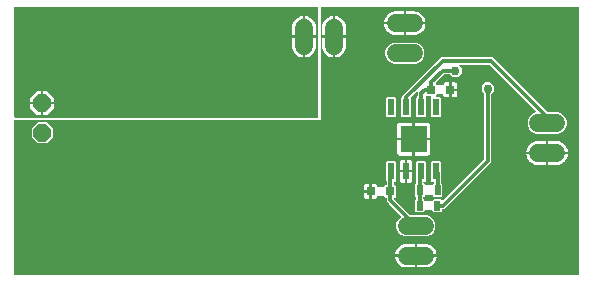
<source format=gbr>
G04 EAGLE Gerber RS-274X export*
G75*
%MOMM*%
%FSLAX34Y34*%
%LPD*%
%INBottom Copper*%
%IPPOS*%
%AMOC8*
5,1,8,0,0,1.08239X$1,22.5*%
G01*
%ADD10R,0.500000X0.812800*%
%ADD11R,0.558800X1.460500*%
%ADD12R,2.286000X2.286000*%
%ADD13P,1.632244X8X202.500000*%
%ADD14R,0.655600X0.800000*%
%ADD15C,1.508000*%
%ADD16C,0.756400*%
%ADD17C,0.152400*%
%ADD18C,0.300000*%

G36*
X591586Y658924D02*
X591586Y658924D01*
X591595Y658923D01*
X591683Y658944D01*
X591773Y658962D01*
X591780Y658967D01*
X591788Y658969D01*
X591861Y659023D01*
X591937Y659075D01*
X591941Y659082D01*
X591948Y659087D01*
X591995Y659165D01*
X592044Y659242D01*
X592045Y659251D01*
X592050Y659258D01*
X592077Y659422D01*
X592077Y885578D01*
X592076Y885586D01*
X592077Y885595D01*
X592056Y885683D01*
X592038Y885773D01*
X592033Y885780D01*
X592031Y885788D01*
X591977Y885861D01*
X591925Y885937D01*
X591918Y885941D01*
X591913Y885948D01*
X591835Y885995D01*
X591758Y886044D01*
X591749Y886045D01*
X591742Y886050D01*
X591578Y886077D01*
X374000Y886077D01*
X373992Y886076D01*
X373983Y886077D01*
X373895Y886056D01*
X373805Y886038D01*
X373798Y886033D01*
X373790Y886031D01*
X373717Y885977D01*
X373641Y885925D01*
X373637Y885918D01*
X373630Y885913D01*
X373583Y885835D01*
X373534Y885758D01*
X373533Y885749D01*
X373528Y885742D01*
X373501Y885578D01*
X373501Y790499D01*
X114422Y790499D01*
X114414Y790498D01*
X114405Y790499D01*
X114317Y790478D01*
X114227Y790460D01*
X114220Y790455D01*
X114212Y790453D01*
X114139Y790399D01*
X114063Y790347D01*
X114059Y790340D01*
X114052Y790335D01*
X114005Y790257D01*
X113956Y790180D01*
X113955Y790171D01*
X113950Y790164D01*
X113923Y790000D01*
X113923Y659422D01*
X113924Y659414D01*
X113923Y659405D01*
X113944Y659317D01*
X113962Y659227D01*
X113967Y659220D01*
X113969Y659212D01*
X114023Y659139D01*
X114075Y659063D01*
X114082Y659059D01*
X114087Y659052D01*
X114165Y659005D01*
X114242Y658956D01*
X114251Y658955D01*
X114258Y658950D01*
X114422Y658923D01*
X591578Y658923D01*
X591586Y658924D01*
G37*
G36*
X371008Y792502D02*
X371008Y792502D01*
X371017Y792501D01*
X371105Y792522D01*
X371195Y792540D01*
X371202Y792545D01*
X371210Y792547D01*
X371283Y792601D01*
X371359Y792653D01*
X371363Y792660D01*
X371370Y792665D01*
X371417Y792743D01*
X371466Y792820D01*
X371467Y792829D01*
X371472Y792836D01*
X371499Y793000D01*
X371499Y885578D01*
X371498Y885586D01*
X371499Y885595D01*
X371478Y885683D01*
X371460Y885773D01*
X371455Y885780D01*
X371453Y885788D01*
X371399Y885861D01*
X371347Y885937D01*
X371340Y885941D01*
X371335Y885948D01*
X371257Y885995D01*
X371180Y886044D01*
X371171Y886045D01*
X371164Y886050D01*
X371000Y886077D01*
X114422Y886077D01*
X114414Y886076D01*
X114405Y886077D01*
X114317Y886056D01*
X114227Y886038D01*
X114220Y886033D01*
X114212Y886031D01*
X114139Y885977D01*
X114063Y885925D01*
X114059Y885918D01*
X114052Y885913D01*
X114005Y885835D01*
X113956Y885758D01*
X113955Y885749D01*
X113950Y885742D01*
X113923Y885578D01*
X113923Y793000D01*
X113924Y792992D01*
X113923Y792983D01*
X113944Y792895D01*
X113962Y792805D01*
X113967Y792798D01*
X113969Y792790D01*
X114023Y792717D01*
X114075Y792641D01*
X114082Y792637D01*
X114087Y792630D01*
X114165Y792583D01*
X114242Y792534D01*
X114251Y792533D01*
X114258Y792528D01*
X114422Y792501D01*
X371000Y792501D01*
X371008Y792502D01*
G37*
%LPC*%
G36*
X555857Y778835D02*
X555857Y778835D01*
X552525Y780215D01*
X549975Y782765D01*
X548595Y786097D01*
X548595Y789703D01*
X549975Y793035D01*
X552525Y795585D01*
X555874Y796972D01*
X555879Y796975D01*
X555886Y796977D01*
X555962Y797031D01*
X556039Y797083D01*
X556043Y797088D01*
X556048Y797092D01*
X556096Y797171D01*
X556148Y797250D01*
X556149Y797256D01*
X556152Y797261D01*
X556166Y797353D01*
X556182Y797446D01*
X556181Y797452D01*
X556182Y797458D01*
X556159Y797548D01*
X556138Y797639D01*
X556134Y797645D01*
X556133Y797651D01*
X556036Y797786D01*
X516593Y837229D01*
X516583Y837236D01*
X516575Y837246D01*
X516500Y837291D01*
X516428Y837339D01*
X516415Y837341D01*
X516404Y837348D01*
X516240Y837375D01*
X491135Y837375D01*
X491131Y837374D01*
X491127Y837375D01*
X491033Y837355D01*
X490940Y837336D01*
X490937Y837333D01*
X490932Y837332D01*
X490855Y837277D01*
X490776Y837223D01*
X490774Y837220D01*
X490770Y837217D01*
X490720Y837136D01*
X490669Y837056D01*
X490668Y837051D01*
X490666Y837048D01*
X490652Y836954D01*
X490636Y836859D01*
X490637Y836855D01*
X490636Y836851D01*
X490660Y836759D01*
X490682Y836666D01*
X490684Y836663D01*
X490685Y836659D01*
X490782Y836523D01*
X492807Y834498D01*
X492807Y830102D01*
X489698Y826993D01*
X485302Y826993D01*
X483166Y829129D01*
X483156Y829136D01*
X483148Y829146D01*
X483073Y829191D01*
X483000Y829239D01*
X482988Y829241D01*
X482977Y829248D01*
X482813Y829275D01*
X478160Y829275D01*
X478147Y829273D01*
X478135Y829275D01*
X478051Y829253D01*
X477965Y829236D01*
X477954Y829229D01*
X477942Y829225D01*
X477807Y829129D01*
X470770Y822092D01*
X470765Y822085D01*
X470758Y822080D01*
X470711Y822003D01*
X470660Y821927D01*
X470659Y821918D01*
X470654Y821911D01*
X470641Y821821D01*
X470624Y821731D01*
X470626Y821723D01*
X470624Y821715D01*
X470647Y821626D01*
X470667Y821537D01*
X470672Y821530D01*
X470674Y821522D01*
X470770Y821386D01*
X471525Y820632D01*
X471525Y820119D01*
X471526Y820111D01*
X471525Y820102D01*
X471546Y820014D01*
X471564Y819924D01*
X471569Y819917D01*
X471571Y819909D01*
X471625Y819836D01*
X471677Y819760D01*
X471684Y819756D01*
X471689Y819749D01*
X471767Y819702D01*
X471844Y819653D01*
X471853Y819652D01*
X471860Y819647D01*
X472024Y819620D01*
X476960Y819620D01*
X476968Y819621D01*
X476977Y819620D01*
X477065Y819641D01*
X477155Y819659D01*
X477162Y819664D01*
X477170Y819666D01*
X477243Y819720D01*
X477319Y819772D01*
X477323Y819779D01*
X477330Y819784D01*
X477377Y819862D01*
X477426Y819939D01*
X477427Y819948D01*
X477432Y819955D01*
X477459Y820119D01*
X477459Y820334D01*
X477632Y820981D01*
X477967Y821560D01*
X478440Y822033D01*
X479019Y822368D01*
X479666Y822541D01*
X482279Y822541D01*
X482279Y816500D01*
X482280Y816492D01*
X482279Y816484D01*
X482300Y816395D01*
X482318Y816305D01*
X482323Y816298D01*
X482325Y816290D01*
X482379Y816217D01*
X482431Y816141D01*
X482438Y816137D01*
X482443Y816130D01*
X482521Y816084D01*
X482598Y816034D01*
X482607Y816033D01*
X482614Y816029D01*
X482778Y816001D01*
X483279Y816001D01*
X483279Y815999D01*
X482778Y815999D01*
X482770Y815997D01*
X482762Y815999D01*
X482673Y815978D01*
X482583Y815960D01*
X482576Y815955D01*
X482568Y815953D01*
X482495Y815899D01*
X482419Y815847D01*
X482415Y815840D01*
X482408Y815835D01*
X482362Y815757D01*
X482312Y815679D01*
X482311Y815671D01*
X482307Y815664D01*
X482279Y815500D01*
X482279Y809459D01*
X479666Y809459D01*
X479019Y809632D01*
X478440Y809967D01*
X477967Y810440D01*
X477632Y811019D01*
X477459Y811666D01*
X477459Y811881D01*
X477458Y811889D01*
X477459Y811898D01*
X477438Y811986D01*
X477420Y812076D01*
X477415Y812083D01*
X477413Y812091D01*
X477359Y812164D01*
X477307Y812240D01*
X477300Y812244D01*
X477295Y812251D01*
X477217Y812298D01*
X477140Y812347D01*
X477131Y812348D01*
X477124Y812353D01*
X476960Y812380D01*
X472024Y812380D01*
X472016Y812379D01*
X472007Y812380D01*
X471919Y812359D01*
X471829Y812341D01*
X471822Y812336D01*
X471814Y812334D01*
X471741Y812280D01*
X471665Y812228D01*
X471661Y812221D01*
X471654Y812216D01*
X471607Y812138D01*
X471558Y812061D01*
X471557Y812052D01*
X471552Y812045D01*
X471525Y811881D01*
X471525Y811368D01*
X471277Y811121D01*
X471275Y811118D01*
X471271Y811115D01*
X471220Y811035D01*
X471167Y810955D01*
X471167Y810951D01*
X471164Y810948D01*
X471149Y810854D01*
X471131Y810760D01*
X471132Y810756D01*
X471131Y810751D01*
X471153Y810660D01*
X471174Y810566D01*
X471176Y810562D01*
X471177Y810558D01*
X471233Y810482D01*
X471289Y810403D01*
X471293Y810401D01*
X471295Y810398D01*
X471377Y810350D01*
X471458Y810299D01*
X471463Y810299D01*
X471466Y810296D01*
X471630Y810269D01*
X474676Y810269D01*
X475569Y809376D01*
X475569Y793507D01*
X474676Y792614D01*
X467824Y792614D01*
X466931Y793507D01*
X466931Y809376D01*
X467179Y809623D01*
X467181Y809626D01*
X467185Y809629D01*
X467236Y809709D01*
X467289Y809789D01*
X467289Y809793D01*
X467292Y809796D01*
X467307Y809890D01*
X467325Y809984D01*
X467324Y809988D01*
X467325Y809993D01*
X467303Y810084D01*
X467282Y810178D01*
X467280Y810182D01*
X467279Y810186D01*
X467223Y810262D01*
X467167Y810341D01*
X467163Y810343D01*
X467161Y810346D01*
X467079Y810394D01*
X466998Y810445D01*
X466993Y810445D01*
X466990Y810448D01*
X466826Y810475D01*
X462974Y810475D01*
X462970Y810474D01*
X462966Y810475D01*
X462873Y810455D01*
X462779Y810436D01*
X462776Y810433D01*
X462772Y810432D01*
X462694Y810377D01*
X462615Y810323D01*
X462613Y810320D01*
X462610Y810317D01*
X462560Y810236D01*
X462508Y810156D01*
X462508Y810151D01*
X462506Y810148D01*
X462491Y810054D01*
X462475Y809959D01*
X462476Y809955D01*
X462476Y809951D01*
X462499Y809859D01*
X462521Y809766D01*
X462524Y809763D01*
X462525Y809759D01*
X462621Y809623D01*
X462869Y809376D01*
X462869Y793507D01*
X461976Y792614D01*
X455124Y792614D01*
X454231Y793507D01*
X454231Y809376D01*
X455150Y810294D01*
X455221Y810308D01*
X455228Y810313D01*
X455236Y810315D01*
X455309Y810369D01*
X455385Y810421D01*
X455389Y810428D01*
X455396Y810433D01*
X455442Y810511D01*
X455492Y810588D01*
X455493Y810597D01*
X455498Y810604D01*
X455525Y810768D01*
X455525Y813742D01*
X455524Y813746D01*
X455525Y813751D01*
X455505Y813844D01*
X455486Y813937D01*
X455483Y813941D01*
X455482Y813945D01*
X455427Y814023D01*
X455373Y814101D01*
X455370Y814103D01*
X455367Y814107D01*
X455286Y814157D01*
X455206Y814208D01*
X455201Y814209D01*
X455198Y814211D01*
X455104Y814225D01*
X455009Y814241D01*
X455005Y814240D01*
X455001Y814241D01*
X454909Y814217D01*
X454816Y814195D01*
X454813Y814193D01*
X454809Y814192D01*
X454673Y814095D01*
X450315Y809737D01*
X450308Y809727D01*
X450298Y809719D01*
X450253Y809644D01*
X450205Y809572D01*
X450203Y809559D01*
X450196Y809548D01*
X450169Y809384D01*
X450169Y793507D01*
X449276Y792614D01*
X442424Y792614D01*
X441531Y793507D01*
X441531Y809376D01*
X442450Y810294D01*
X442521Y810308D01*
X442528Y810313D01*
X442536Y810315D01*
X442609Y810369D01*
X442685Y810421D01*
X442689Y810428D01*
X442696Y810433D01*
X442742Y810511D01*
X442792Y810588D01*
X442793Y810597D01*
X442798Y810604D01*
X442825Y810768D01*
X442825Y810803D01*
X475447Y843425D01*
X518953Y843425D01*
X565267Y797111D01*
X565277Y797104D01*
X565285Y797094D01*
X565360Y797049D01*
X565432Y797001D01*
X565445Y796999D01*
X565456Y796992D01*
X565620Y796965D01*
X574543Y796965D01*
X577875Y795585D01*
X580425Y793035D01*
X581805Y789703D01*
X581805Y786097D01*
X580425Y782765D01*
X577875Y780215D01*
X574543Y778835D01*
X555857Y778835D01*
G37*
%LPD*%
%LPC*%
G36*
X454168Y712311D02*
X454168Y712311D01*
X453275Y713204D01*
X453275Y722596D01*
X454229Y723549D01*
X454236Y723560D01*
X454246Y723567D01*
X454291Y723642D01*
X454339Y723715D01*
X454341Y723728D01*
X454348Y723738D01*
X454375Y723902D01*
X454375Y725198D01*
X454373Y725210D01*
X454375Y725222D01*
X454353Y725306D01*
X454336Y725393D01*
X454329Y725403D01*
X454325Y725415D01*
X454229Y725551D01*
X453375Y726404D01*
X453375Y735796D01*
X454229Y736649D01*
X454236Y736660D01*
X454246Y736667D01*
X454291Y736742D01*
X454339Y736815D01*
X454341Y736828D01*
X454348Y736838D01*
X454375Y737002D01*
X454375Y738674D01*
X454373Y738686D01*
X454375Y738698D01*
X454353Y738783D01*
X454336Y738869D01*
X454329Y738879D01*
X454325Y738891D01*
X454231Y739024D01*
X454231Y754893D01*
X455124Y755786D01*
X461976Y755786D01*
X462869Y754893D01*
X462869Y739024D01*
X461976Y738131D01*
X460924Y738131D01*
X460916Y738130D01*
X460907Y738131D01*
X460819Y738110D01*
X460729Y738092D01*
X460722Y738087D01*
X460714Y738085D01*
X460641Y738031D01*
X460565Y737979D01*
X460561Y737972D01*
X460554Y737967D01*
X460507Y737889D01*
X460458Y737812D01*
X460457Y737803D01*
X460452Y737796D01*
X460425Y737632D01*
X460425Y737002D01*
X460427Y736990D01*
X460425Y736978D01*
X460447Y736893D01*
X460464Y736807D01*
X460471Y736797D01*
X460475Y736785D01*
X460571Y736649D01*
X461425Y735796D01*
X461425Y735664D01*
X461426Y735656D01*
X461425Y735647D01*
X461446Y735559D01*
X461464Y735469D01*
X461469Y735462D01*
X461471Y735454D01*
X461525Y735381D01*
X461577Y735305D01*
X461584Y735301D01*
X461589Y735294D01*
X461667Y735247D01*
X461744Y735198D01*
X461753Y735197D01*
X461760Y735192D01*
X461924Y735165D01*
X467876Y735165D01*
X467884Y735166D01*
X467893Y735165D01*
X467981Y735186D01*
X468071Y735204D01*
X468078Y735209D01*
X468086Y735211D01*
X468159Y735265D01*
X468235Y735317D01*
X468239Y735324D01*
X468246Y735329D01*
X468293Y735407D01*
X468342Y735484D01*
X468343Y735493D01*
X468348Y735500D01*
X468375Y735664D01*
X468375Y735796D01*
X469229Y736649D01*
X469236Y736660D01*
X469246Y736667D01*
X469291Y736742D01*
X469339Y736815D01*
X469341Y736828D01*
X469348Y736838D01*
X469375Y737002D01*
X469375Y737632D01*
X469374Y737640D01*
X469375Y737649D01*
X469354Y737737D01*
X469336Y737827D01*
X469331Y737834D01*
X469329Y737842D01*
X469275Y737915D01*
X469223Y737991D01*
X469216Y737995D01*
X469211Y738002D01*
X469133Y738049D01*
X469056Y738098D01*
X469047Y738099D01*
X469040Y738104D01*
X468876Y738131D01*
X467824Y738131D01*
X466931Y739024D01*
X466931Y754893D01*
X467824Y755786D01*
X474676Y755786D01*
X475569Y754893D01*
X475569Y739023D01*
X475564Y739016D01*
X475554Y739009D01*
X475509Y738934D01*
X475461Y738861D01*
X475459Y738848D01*
X475452Y738838D01*
X475425Y738674D01*
X475425Y737002D01*
X475427Y736990D01*
X475425Y736978D01*
X475447Y736893D01*
X475464Y736807D01*
X475471Y736797D01*
X475475Y736785D01*
X475571Y736649D01*
X476425Y735796D01*
X476425Y726404D01*
X475532Y725511D01*
X469268Y725511D01*
X468375Y726404D01*
X468375Y726536D01*
X468374Y726544D01*
X468375Y726553D01*
X468354Y726641D01*
X468336Y726731D01*
X468331Y726738D01*
X468329Y726746D01*
X468275Y726819D01*
X468223Y726895D01*
X468216Y726899D01*
X468211Y726906D01*
X468133Y726953D01*
X468056Y727002D01*
X468047Y727003D01*
X468040Y727008D01*
X467876Y727035D01*
X461924Y727035D01*
X461916Y727034D01*
X461907Y727035D01*
X461819Y727014D01*
X461729Y726996D01*
X461722Y726991D01*
X461714Y726989D01*
X461641Y726935D01*
X461565Y726883D01*
X461561Y726876D01*
X461554Y726871D01*
X461507Y726793D01*
X461458Y726716D01*
X461457Y726707D01*
X461452Y726700D01*
X461425Y726536D01*
X461425Y726404D01*
X460571Y725551D01*
X460564Y725540D01*
X460554Y725533D01*
X460510Y725458D01*
X460461Y725385D01*
X460459Y725373D01*
X460452Y725362D01*
X460425Y725198D01*
X460425Y723702D01*
X460427Y723690D01*
X460425Y723678D01*
X460447Y723593D01*
X460464Y723507D01*
X460471Y723497D01*
X460475Y723485D01*
X460571Y723349D01*
X461325Y722596D01*
X461325Y722464D01*
X461326Y722456D01*
X461325Y722447D01*
X461346Y722359D01*
X461364Y722269D01*
X461369Y722262D01*
X461371Y722254D01*
X461425Y722181D01*
X461477Y722105D01*
X461484Y722101D01*
X461489Y722094D01*
X461567Y722047D01*
X461644Y721998D01*
X461653Y721997D01*
X461660Y721992D01*
X461824Y721965D01*
X467776Y721965D01*
X467784Y721966D01*
X467793Y721965D01*
X467881Y721986D01*
X467971Y722004D01*
X467978Y722009D01*
X467986Y722011D01*
X468059Y722065D01*
X468135Y722117D01*
X468139Y722124D01*
X468146Y722129D01*
X468193Y722207D01*
X468242Y722284D01*
X468243Y722293D01*
X468248Y722300D01*
X468275Y722464D01*
X468275Y722596D01*
X469168Y723489D01*
X475432Y723489D01*
X476418Y722502D01*
X476425Y722497D01*
X476430Y722490D01*
X476508Y722443D01*
X476584Y722392D01*
X476592Y722391D01*
X476600Y722386D01*
X476689Y722373D01*
X476780Y722356D01*
X476788Y722358D01*
X476796Y722356D01*
X476884Y722379D01*
X476974Y722399D01*
X476981Y722404D01*
X476989Y722406D01*
X477124Y722502D01*
X511829Y757207D01*
X511836Y757217D01*
X511846Y757225D01*
X511891Y757300D01*
X511939Y757372D01*
X511941Y757385D01*
X511948Y757396D01*
X511975Y757560D01*
X511975Y812313D01*
X511973Y812325D01*
X511975Y812338D01*
X511953Y812422D01*
X511936Y812508D01*
X511929Y812518D01*
X511925Y812531D01*
X511829Y812666D01*
X509693Y814802D01*
X509693Y819198D01*
X512802Y822307D01*
X517198Y822307D01*
X520307Y819198D01*
X520307Y814802D01*
X518171Y812666D01*
X518164Y812656D01*
X518154Y812648D01*
X518109Y812573D01*
X518061Y812500D01*
X518059Y812488D01*
X518052Y812477D01*
X518025Y812313D01*
X518025Y754847D01*
X478053Y714875D01*
X476824Y714875D01*
X476816Y714874D01*
X476807Y714875D01*
X476719Y714854D01*
X476629Y714836D01*
X476622Y714831D01*
X476614Y714829D01*
X476541Y714775D01*
X476465Y714723D01*
X476461Y714716D01*
X476454Y714711D01*
X476407Y714633D01*
X476358Y714556D01*
X476357Y714547D01*
X476352Y714540D01*
X476325Y714376D01*
X476325Y713204D01*
X475432Y712311D01*
X469168Y712311D01*
X468275Y713204D01*
X468275Y713336D01*
X468274Y713344D01*
X468275Y713353D01*
X468254Y713441D01*
X468236Y713531D01*
X468231Y713538D01*
X468229Y713546D01*
X468175Y713619D01*
X468123Y713695D01*
X468116Y713699D01*
X468111Y713706D01*
X468033Y713753D01*
X467956Y713802D01*
X467947Y713803D01*
X467940Y713808D01*
X467776Y713835D01*
X461824Y713835D01*
X461816Y713834D01*
X461807Y713835D01*
X461719Y713814D01*
X461629Y713796D01*
X461622Y713791D01*
X461614Y713789D01*
X461541Y713735D01*
X461465Y713683D01*
X461461Y713676D01*
X461454Y713671D01*
X461407Y713593D01*
X461358Y713516D01*
X461357Y713507D01*
X461352Y713500D01*
X461325Y713336D01*
X461325Y713204D01*
X460432Y712311D01*
X454168Y712311D01*
G37*
%LPD*%
%LPC*%
G36*
X444657Y691935D02*
X444657Y691935D01*
X441325Y693315D01*
X438775Y695865D01*
X437395Y699197D01*
X437395Y702803D01*
X438775Y706135D01*
X441328Y708688D01*
X441333Y708695D01*
X441340Y708700D01*
X441388Y708777D01*
X441438Y708854D01*
X441440Y708862D01*
X441444Y708869D01*
X441458Y708959D01*
X441475Y709049D01*
X441473Y709057D01*
X441474Y709066D01*
X441452Y709154D01*
X441432Y709243D01*
X441427Y709250D01*
X441425Y709258D01*
X441328Y709394D01*
X431171Y719551D01*
X429253Y721469D01*
X429253Y723976D01*
X429252Y723984D01*
X429253Y723993D01*
X429232Y724081D01*
X429214Y724171D01*
X429209Y724178D01*
X429207Y724186D01*
X429153Y724259D01*
X429101Y724335D01*
X429094Y724339D01*
X429089Y724346D01*
X429011Y724393D01*
X428934Y724442D01*
X428925Y724443D01*
X428918Y724448D01*
X428754Y724475D01*
X428368Y724475D01*
X427475Y725368D01*
X427475Y725881D01*
X427474Y725889D01*
X427475Y725898D01*
X427454Y725986D01*
X427436Y726076D01*
X427431Y726083D01*
X427429Y726091D01*
X427375Y726164D01*
X427323Y726240D01*
X427316Y726244D01*
X427311Y726251D01*
X427233Y726298D01*
X427156Y726347D01*
X427147Y726348D01*
X427140Y726353D01*
X426976Y726380D01*
X422040Y726380D01*
X422032Y726379D01*
X422023Y726380D01*
X421935Y726359D01*
X421845Y726341D01*
X421838Y726336D01*
X421830Y726334D01*
X421757Y726280D01*
X421681Y726228D01*
X421677Y726221D01*
X421670Y726216D01*
X421623Y726137D01*
X421574Y726061D01*
X421573Y726052D01*
X421568Y726045D01*
X421541Y725881D01*
X421541Y725666D01*
X421368Y725019D01*
X421033Y724440D01*
X420560Y723967D01*
X419981Y723632D01*
X419334Y723459D01*
X416721Y723459D01*
X416721Y729500D01*
X416719Y729508D01*
X416721Y729516D01*
X416700Y729605D01*
X416682Y729695D01*
X416677Y729702D01*
X416675Y729710D01*
X416621Y729783D01*
X416569Y729859D01*
X416562Y729863D01*
X416557Y729870D01*
X416479Y729916D01*
X416401Y729966D01*
X416393Y729967D01*
X416386Y729971D01*
X416222Y729999D01*
X415721Y729999D01*
X415721Y730001D01*
X416222Y730001D01*
X416230Y730003D01*
X416238Y730001D01*
X416327Y730022D01*
X416417Y730040D01*
X416424Y730045D01*
X416432Y730047D01*
X416505Y730101D01*
X416581Y730153D01*
X416585Y730160D01*
X416592Y730165D01*
X416638Y730243D01*
X416688Y730321D01*
X416689Y730329D01*
X416693Y730336D01*
X416721Y730500D01*
X416721Y736541D01*
X419334Y736541D01*
X419981Y736368D01*
X420560Y736033D01*
X421033Y735560D01*
X421368Y734981D01*
X421541Y734334D01*
X421541Y734119D01*
X421542Y734111D01*
X421541Y734102D01*
X421562Y734014D01*
X421580Y733924D01*
X421585Y733917D01*
X421587Y733909D01*
X421641Y733836D01*
X421693Y733760D01*
X421700Y733756D01*
X421705Y733749D01*
X421783Y733702D01*
X421860Y733653D01*
X421869Y733652D01*
X421876Y733647D01*
X422040Y733620D01*
X426976Y733620D01*
X426984Y733621D01*
X426993Y733620D01*
X427081Y733641D01*
X427171Y733659D01*
X427178Y733664D01*
X427186Y733666D01*
X427259Y733720D01*
X427335Y733772D01*
X427339Y733779D01*
X427346Y733784D01*
X427393Y733862D01*
X427442Y733939D01*
X427443Y733948D01*
X427448Y733955D01*
X427475Y734119D01*
X427475Y734632D01*
X428368Y735525D01*
X428754Y735525D01*
X428762Y735526D01*
X428771Y735525D01*
X428859Y735546D01*
X428949Y735564D01*
X428956Y735569D01*
X428964Y735571D01*
X429037Y735625D01*
X429113Y735677D01*
X429117Y735684D01*
X429124Y735689D01*
X429171Y735767D01*
X429220Y735844D01*
X429221Y735853D01*
X429226Y735860D01*
X429253Y736024D01*
X429253Y738396D01*
X429251Y738408D01*
X429253Y738420D01*
X429231Y738505D01*
X429214Y738591D01*
X429207Y738601D01*
X429203Y738613D01*
X429107Y738749D01*
X428831Y739024D01*
X428831Y754893D01*
X429724Y755786D01*
X436576Y755786D01*
X437469Y754893D01*
X437469Y739024D01*
X436576Y738131D01*
X435802Y738131D01*
X435794Y738130D01*
X435785Y738131D01*
X435697Y738110D01*
X435607Y738092D01*
X435600Y738087D01*
X435592Y738085D01*
X435519Y738031D01*
X435443Y737979D01*
X435439Y737972D01*
X435432Y737967D01*
X435385Y737889D01*
X435336Y737812D01*
X435335Y737803D01*
X435330Y737796D01*
X435303Y737632D01*
X435303Y736024D01*
X435304Y736016D01*
X435303Y736007D01*
X435324Y735919D01*
X435342Y735829D01*
X435347Y735822D01*
X435349Y735814D01*
X435403Y735741D01*
X435455Y735665D01*
X435462Y735661D01*
X435467Y735654D01*
X435545Y735607D01*
X435622Y735558D01*
X435631Y735557D01*
X435638Y735552D01*
X435802Y735525D01*
X436188Y735525D01*
X437081Y734632D01*
X437081Y725368D01*
X436188Y724475D01*
X436008Y724475D01*
X436004Y724474D01*
X435999Y724475D01*
X435906Y724455D01*
X435813Y724436D01*
X435809Y724433D01*
X435805Y724432D01*
X435727Y724377D01*
X435649Y724323D01*
X435647Y724320D01*
X435643Y724317D01*
X435593Y724236D01*
X435542Y724156D01*
X435541Y724151D01*
X435539Y724148D01*
X435525Y724054D01*
X435509Y723959D01*
X435510Y723955D01*
X435509Y723951D01*
X435533Y723859D01*
X435555Y723766D01*
X435557Y723763D01*
X435558Y723759D01*
X435655Y723623D01*
X449067Y710211D01*
X449077Y710204D01*
X449085Y710194D01*
X449160Y710149D01*
X449232Y710101D01*
X449245Y710099D01*
X449256Y710092D01*
X449420Y710065D01*
X463343Y710065D01*
X466675Y708685D01*
X469225Y706135D01*
X470605Y702803D01*
X470605Y699197D01*
X469225Y695865D01*
X466675Y693315D01*
X463343Y691935D01*
X444657Y691935D01*
G37*
%LPD*%
%LPC*%
G36*
X435257Y837835D02*
X435257Y837835D01*
X431925Y839215D01*
X429375Y841765D01*
X427995Y845097D01*
X427995Y848703D01*
X429375Y852035D01*
X431925Y854585D01*
X435257Y855965D01*
X453943Y855965D01*
X457275Y854585D01*
X459825Y852035D01*
X461205Y848703D01*
X461205Y845097D01*
X459825Y841765D01*
X457275Y839215D01*
X453943Y837835D01*
X435257Y837835D01*
G37*
%LPD*%
%LPC*%
G36*
X133945Y770535D02*
X133945Y770535D01*
X128635Y775845D01*
X128635Y783355D01*
X133945Y788665D01*
X141455Y788665D01*
X146765Y783355D01*
X146765Y775845D01*
X141455Y770535D01*
X133945Y770535D01*
G37*
%LPD*%
%LPC*%
G36*
X453199Y775199D02*
X453199Y775199D01*
X453199Y788171D01*
X463964Y788171D01*
X464611Y787998D01*
X465190Y787663D01*
X465663Y787190D01*
X465998Y786611D01*
X466171Y785964D01*
X466171Y775199D01*
X453199Y775199D01*
G37*
%LPD*%
%LPC*%
G36*
X438229Y775199D02*
X438229Y775199D01*
X438229Y785964D01*
X438402Y786611D01*
X438737Y787190D01*
X439210Y787663D01*
X439789Y787998D01*
X440436Y788171D01*
X451201Y788171D01*
X451201Y775199D01*
X438229Y775199D01*
G37*
%LPD*%
%LPC*%
G36*
X453199Y760229D02*
X453199Y760229D01*
X453199Y773201D01*
X466171Y773201D01*
X466171Y762436D01*
X465998Y761789D01*
X465663Y761210D01*
X465190Y760737D01*
X464611Y760402D01*
X463964Y760229D01*
X453199Y760229D01*
G37*
%LPD*%
%LPC*%
G36*
X440436Y760229D02*
X440436Y760229D01*
X439789Y760402D01*
X439210Y760737D01*
X438737Y761210D01*
X438402Y761789D01*
X438229Y762436D01*
X438229Y773201D01*
X451201Y773201D01*
X451201Y760229D01*
X440436Y760229D01*
G37*
%LPD*%
%LPC*%
G36*
X429724Y792614D02*
X429724Y792614D01*
X428831Y793507D01*
X428831Y809376D01*
X429724Y810269D01*
X436576Y810269D01*
X437469Y809376D01*
X437469Y793507D01*
X436576Y792614D01*
X429724Y792614D01*
G37*
%LPD*%
%LPC*%
G36*
X566199Y763499D02*
X566199Y763499D01*
X566199Y772581D01*
X573533Y772581D01*
X575101Y772333D01*
X576610Y771842D01*
X578023Y771122D01*
X579307Y770189D01*
X580429Y769067D01*
X581362Y767783D01*
X582082Y766370D01*
X582573Y764861D01*
X582788Y763499D01*
X566199Y763499D01*
G37*
%LPD*%
%LPC*%
G36*
X445599Y873299D02*
X445599Y873299D01*
X445599Y882381D01*
X452933Y882381D01*
X454501Y882133D01*
X456010Y881642D01*
X457423Y880922D01*
X458707Y879989D01*
X459829Y878867D01*
X460762Y877583D01*
X461482Y876170D01*
X461973Y874661D01*
X462188Y873299D01*
X445599Y873299D01*
G37*
%LPD*%
%LPC*%
G36*
X454999Y676599D02*
X454999Y676599D01*
X454999Y685681D01*
X462333Y685681D01*
X463901Y685433D01*
X465410Y684942D01*
X466823Y684222D01*
X468107Y683289D01*
X469229Y682167D01*
X470162Y680883D01*
X470882Y679470D01*
X471373Y677961D01*
X471588Y676599D01*
X454999Y676599D01*
G37*
%LPD*%
%LPC*%
G36*
X385699Y861999D02*
X385699Y861999D01*
X385699Y878588D01*
X387061Y878373D01*
X388570Y877882D01*
X389983Y877162D01*
X391267Y876229D01*
X392389Y875107D01*
X393322Y873823D01*
X394042Y872410D01*
X394533Y870901D01*
X394781Y869333D01*
X394781Y861999D01*
X385699Y861999D01*
G37*
%LPD*%
%LPC*%
G36*
X360299Y861999D02*
X360299Y861999D01*
X360299Y878588D01*
X361661Y878373D01*
X363170Y877882D01*
X364583Y877162D01*
X365867Y876229D01*
X366989Y875107D01*
X367922Y873823D01*
X368642Y872410D01*
X369133Y870901D01*
X369381Y869333D01*
X369381Y861999D01*
X360299Y861999D01*
G37*
%LPD*%
%LPC*%
G36*
X547612Y763499D02*
X547612Y763499D01*
X547827Y764861D01*
X548318Y766370D01*
X549038Y767783D01*
X549971Y769067D01*
X551093Y770189D01*
X552377Y771122D01*
X553790Y771842D01*
X555299Y772333D01*
X556867Y772581D01*
X564201Y772581D01*
X564201Y763499D01*
X547612Y763499D01*
G37*
%LPD*%
%LPC*%
G36*
X436412Y676599D02*
X436412Y676599D01*
X436627Y677961D01*
X437118Y679470D01*
X437838Y680883D01*
X438771Y682167D01*
X439893Y683289D01*
X441177Y684222D01*
X442590Y684942D01*
X444099Y685433D01*
X445667Y685681D01*
X453001Y685681D01*
X453001Y676599D01*
X436412Y676599D01*
G37*
%LPD*%
%LPC*%
G36*
X427012Y873299D02*
X427012Y873299D01*
X427227Y874661D01*
X427718Y876170D01*
X428438Y877583D01*
X429371Y878867D01*
X430493Y879989D01*
X431777Y880922D01*
X433190Y881642D01*
X434699Y882133D01*
X436267Y882381D01*
X443601Y882381D01*
X443601Y873299D01*
X427012Y873299D01*
G37*
%LPD*%
%LPC*%
G36*
X360299Y860001D02*
X360299Y860001D01*
X369381Y860001D01*
X369381Y852667D01*
X369133Y851099D01*
X368642Y849590D01*
X367922Y848177D01*
X366989Y846893D01*
X365867Y845771D01*
X364583Y844838D01*
X363170Y844118D01*
X361661Y843627D01*
X360299Y843412D01*
X360299Y860001D01*
G37*
%LPD*%
%LPC*%
G36*
X385699Y860001D02*
X385699Y860001D01*
X394781Y860001D01*
X394781Y852667D01*
X394533Y851099D01*
X394042Y849590D01*
X393322Y848177D01*
X392389Y846893D01*
X391267Y845771D01*
X389983Y844838D01*
X388570Y844118D01*
X387061Y843627D01*
X385699Y843412D01*
X385699Y860001D01*
G37*
%LPD*%
%LPC*%
G36*
X454999Y665519D02*
X454999Y665519D01*
X454999Y674601D01*
X471588Y674601D01*
X471373Y673239D01*
X470882Y671730D01*
X470162Y670317D01*
X469229Y669033D01*
X468107Y667911D01*
X466823Y666978D01*
X465410Y666258D01*
X463901Y665767D01*
X462333Y665519D01*
X454999Y665519D01*
G37*
%LPD*%
%LPC*%
G36*
X445599Y862219D02*
X445599Y862219D01*
X445599Y871301D01*
X462188Y871301D01*
X461973Y869939D01*
X461482Y868430D01*
X460762Y867017D01*
X459829Y865733D01*
X458707Y864611D01*
X457423Y863678D01*
X456010Y862958D01*
X454501Y862467D01*
X452933Y862219D01*
X445599Y862219D01*
G37*
%LPD*%
%LPC*%
G36*
X566199Y752419D02*
X566199Y752419D01*
X566199Y761501D01*
X582788Y761501D01*
X582573Y760139D01*
X582082Y758630D01*
X581362Y757217D01*
X580429Y755933D01*
X579307Y754811D01*
X578023Y753878D01*
X576610Y753158D01*
X575101Y752667D01*
X573533Y752419D01*
X566199Y752419D01*
G37*
%LPD*%
%LPC*%
G36*
X374619Y861999D02*
X374619Y861999D01*
X374619Y869333D01*
X374867Y870901D01*
X375358Y872410D01*
X376078Y873823D01*
X377011Y875107D01*
X378133Y876229D01*
X379417Y877162D01*
X380830Y877882D01*
X382339Y878373D01*
X383701Y878588D01*
X383701Y861999D01*
X374619Y861999D01*
G37*
%LPD*%
%LPC*%
G36*
X349219Y861999D02*
X349219Y861999D01*
X349219Y869333D01*
X349467Y870901D01*
X349958Y872410D01*
X350678Y873823D01*
X351611Y875107D01*
X352733Y876229D01*
X354017Y877162D01*
X355430Y877882D01*
X356939Y878373D01*
X358301Y878588D01*
X358301Y861999D01*
X349219Y861999D01*
G37*
%LPD*%
%LPC*%
G36*
X382339Y843627D02*
X382339Y843627D01*
X380830Y844118D01*
X379417Y844838D01*
X378133Y845771D01*
X377011Y846893D01*
X376078Y848177D01*
X375358Y849590D01*
X374867Y851099D01*
X374619Y852667D01*
X374619Y860001D01*
X383701Y860001D01*
X383701Y843412D01*
X382339Y843627D01*
G37*
%LPD*%
%LPC*%
G36*
X445667Y665519D02*
X445667Y665519D01*
X444099Y665767D01*
X442590Y666258D01*
X441177Y666978D01*
X439893Y667911D01*
X438771Y669033D01*
X437838Y670317D01*
X437118Y671730D01*
X436627Y673239D01*
X436412Y674601D01*
X453001Y674601D01*
X453001Y665519D01*
X445667Y665519D01*
G37*
%LPD*%
%LPC*%
G36*
X556867Y752419D02*
X556867Y752419D01*
X555299Y752667D01*
X553790Y753158D01*
X552377Y753878D01*
X551093Y754811D01*
X549971Y755933D01*
X549038Y757217D01*
X548318Y758630D01*
X547827Y760139D01*
X547612Y761501D01*
X564201Y761501D01*
X564201Y752419D01*
X556867Y752419D01*
G37*
%LPD*%
%LPC*%
G36*
X356939Y843627D02*
X356939Y843627D01*
X355430Y844118D01*
X354017Y844838D01*
X352733Y845771D01*
X351611Y846893D01*
X350678Y848177D01*
X349958Y849590D01*
X349467Y851099D01*
X349219Y852667D01*
X349219Y860001D01*
X358301Y860001D01*
X358301Y843412D01*
X356939Y843627D01*
G37*
%LPD*%
%LPC*%
G36*
X436267Y862219D02*
X436267Y862219D01*
X434699Y862467D01*
X433190Y862958D01*
X431777Y863678D01*
X430493Y864611D01*
X429371Y865733D01*
X428438Y867017D01*
X427718Y868430D01*
X427227Y869939D01*
X427012Y871301D01*
X443601Y871301D01*
X443601Y862219D01*
X436267Y862219D01*
G37*
%LPD*%
%LPC*%
G36*
X138699Y805999D02*
X138699Y805999D01*
X138699Y815081D01*
X141876Y815081D01*
X147781Y809176D01*
X147781Y805999D01*
X138699Y805999D01*
G37*
%LPD*%
%LPC*%
G36*
X127619Y805999D02*
X127619Y805999D01*
X127619Y809176D01*
X133524Y815081D01*
X136701Y815081D01*
X136701Y805999D01*
X127619Y805999D01*
G37*
%LPD*%
%LPC*%
G36*
X138699Y794919D02*
X138699Y794919D01*
X138699Y804001D01*
X147781Y804001D01*
X147781Y800824D01*
X141876Y794919D01*
X138699Y794919D01*
G37*
%LPD*%
%LPC*%
G36*
X133524Y794919D02*
X133524Y794919D01*
X127619Y800824D01*
X127619Y804001D01*
X136701Y804001D01*
X136701Y794919D01*
X133524Y794919D01*
G37*
%LPD*%
%LPC*%
G36*
X446849Y747958D02*
X446849Y747958D01*
X446849Y756802D01*
X448978Y756802D01*
X449625Y756629D01*
X450204Y756294D01*
X450677Y755821D01*
X451012Y755242D01*
X451185Y754595D01*
X451185Y747958D01*
X446849Y747958D01*
G37*
%LPD*%
%LPC*%
G36*
X446849Y737115D02*
X446849Y737115D01*
X446849Y745959D01*
X451185Y745959D01*
X451185Y739322D01*
X451012Y738675D01*
X450677Y738096D01*
X450204Y737623D01*
X449625Y737288D01*
X448978Y737115D01*
X446849Y737115D01*
G37*
%LPD*%
%LPC*%
G36*
X440515Y747958D02*
X440515Y747958D01*
X440515Y754595D01*
X440688Y755242D01*
X441023Y755821D01*
X441496Y756294D01*
X442075Y756629D01*
X442722Y756802D01*
X444851Y756802D01*
X444851Y747958D01*
X440515Y747958D01*
G37*
%LPD*%
%LPC*%
G36*
X442722Y737115D02*
X442722Y737115D01*
X442075Y737288D01*
X441496Y737623D01*
X441023Y738096D01*
X440688Y738675D01*
X440515Y739322D01*
X440515Y745959D01*
X444851Y745959D01*
X444851Y737115D01*
X442722Y737115D01*
G37*
%LPD*%
%LPC*%
G36*
X484277Y816999D02*
X484277Y816999D01*
X484277Y822541D01*
X486890Y822541D01*
X487537Y822368D01*
X488116Y822033D01*
X488589Y821560D01*
X488924Y820981D01*
X489097Y820334D01*
X489097Y816999D01*
X484277Y816999D01*
G37*
%LPD*%
%LPC*%
G36*
X484277Y809459D02*
X484277Y809459D01*
X484277Y815001D01*
X489097Y815001D01*
X489097Y811666D01*
X488924Y811019D01*
X488589Y810440D01*
X488116Y809967D01*
X487537Y809632D01*
X486890Y809459D01*
X484277Y809459D01*
G37*
%LPD*%
%LPC*%
G36*
X409903Y730999D02*
X409903Y730999D01*
X409903Y734334D01*
X410076Y734981D01*
X410411Y735560D01*
X410884Y736033D01*
X411463Y736368D01*
X412110Y736541D01*
X414723Y736541D01*
X414723Y730999D01*
X409903Y730999D01*
G37*
%LPD*%
%LPC*%
G36*
X412110Y723459D02*
X412110Y723459D01*
X411463Y723632D01*
X410884Y723967D01*
X410411Y724440D01*
X410076Y725019D01*
X409903Y725666D01*
X409903Y729001D01*
X414723Y729001D01*
X414723Y723459D01*
X412110Y723459D01*
G37*
%LPD*%
%LPC*%
G36*
X444599Y872299D02*
X444599Y872299D01*
X444599Y872301D01*
X444601Y872301D01*
X444601Y872299D01*
X444599Y872299D01*
G37*
%LPD*%
%LPC*%
G36*
X384699Y860999D02*
X384699Y860999D01*
X384699Y861001D01*
X384701Y861001D01*
X384701Y860999D01*
X384699Y860999D01*
G37*
%LPD*%
%LPC*%
G36*
X565199Y762499D02*
X565199Y762499D01*
X565199Y762501D01*
X565201Y762501D01*
X565201Y762499D01*
X565199Y762499D01*
G37*
%LPD*%
%LPC*%
G36*
X137699Y804999D02*
X137699Y804999D01*
X137699Y805001D01*
X137701Y805001D01*
X137701Y804999D01*
X137699Y804999D01*
G37*
%LPD*%
%LPC*%
G36*
X359299Y860999D02*
X359299Y860999D01*
X359299Y861001D01*
X359301Y861001D01*
X359301Y860999D01*
X359299Y860999D01*
G37*
%LPD*%
%LPC*%
G36*
X453999Y675599D02*
X453999Y675599D01*
X453999Y675601D01*
X454001Y675601D01*
X454001Y675599D01*
X453999Y675599D01*
G37*
%LPD*%
%LPC*%
G36*
X445849Y746958D02*
X445849Y746958D01*
X445849Y746959D01*
X445851Y746959D01*
X445851Y746958D01*
X445849Y746958D01*
G37*
%LPD*%
%LPC*%
G36*
X452199Y774199D02*
X452199Y774199D01*
X452199Y774201D01*
X452201Y774201D01*
X452201Y774199D01*
X452199Y774199D01*
G37*
%LPD*%
D10*
X457400Y731100D03*
X472400Y731100D03*
D11*
X471250Y746959D03*
X458550Y746959D03*
X445850Y746959D03*
X433150Y746959D03*
X433150Y801442D03*
X445850Y801442D03*
X458550Y801442D03*
X471250Y801442D03*
D12*
X452200Y774200D03*
D10*
X472300Y717900D03*
X457300Y717900D03*
D13*
X137700Y805000D03*
X137700Y779600D03*
D14*
X432278Y730000D03*
X415722Y730000D03*
X466722Y816000D03*
X483278Y816000D03*
D15*
X452140Y846900D02*
X437060Y846900D01*
X437060Y872300D02*
X452140Y872300D01*
X446460Y701000D02*
X461540Y701000D01*
X461540Y675600D02*
X446460Y675600D01*
X359300Y853460D02*
X359300Y868540D01*
X384700Y868540D02*
X384700Y853460D01*
X557660Y787900D02*
X572740Y787900D01*
X572740Y762500D02*
X557660Y762500D01*
D16*
X146000Y822000D03*
X128000Y822000D03*
X128000Y834000D03*
X146000Y834000D03*
X344000Y825000D03*
X326000Y825000D03*
X309000Y825000D03*
X291000Y825000D03*
X291000Y835000D03*
X309000Y835000D03*
X326000Y835000D03*
X344000Y835000D03*
X359000Y835000D03*
D17*
X445850Y746959D02*
X449237Y746959D01*
D16*
X129000Y762000D03*
X146000Y762000D03*
X129000Y752000D03*
X146000Y752000D03*
X359000Y772000D03*
X278000Y769000D03*
X541000Y768000D03*
X541000Y757000D03*
X478000Y683000D03*
X478000Y671000D03*
X430000Y683000D03*
X430000Y670000D03*
X418000Y878000D03*
X418000Y866000D03*
X470000Y879000D03*
X470000Y866000D03*
X384000Y836000D03*
X487500Y832300D03*
D18*
X458550Y812950D02*
X458550Y801442D01*
X461600Y816000D02*
X466722Y816000D01*
X461600Y816000D02*
X458550Y812950D01*
X466722Y816000D02*
X466722Y822322D01*
X476700Y832300D01*
X487500Y832300D01*
D17*
X433150Y730872D02*
X432278Y730000D01*
D18*
X432278Y746087D01*
X433150Y746959D01*
X432278Y722722D02*
X454000Y701000D01*
X432278Y722722D02*
X432278Y730000D01*
X445850Y801442D02*
X445850Y809550D01*
X476700Y840400D01*
X517700Y840400D01*
X565200Y792900D01*
X565200Y787900D01*
X472400Y745809D02*
X472400Y731100D01*
X472400Y745809D02*
X471250Y746959D01*
D17*
X458150Y731850D02*
X457400Y731100D01*
X457900Y730600D01*
D18*
X457400Y731100D02*
X457400Y745809D01*
X458550Y746959D01*
X457400Y731100D02*
X457400Y718000D01*
X457300Y717900D01*
D16*
X515000Y817000D03*
D18*
X476800Y717900D02*
X472300Y717900D01*
X476800Y717900D02*
X515000Y756100D01*
X515000Y817000D01*
M02*

</source>
